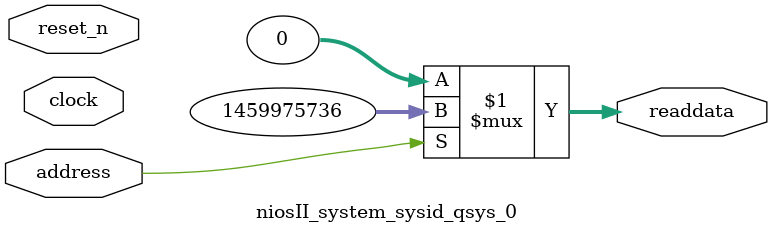
<source format=v>

`timescale 1ns / 1ps
// synthesis translate_on

// turn off superfluous verilog processor warnings 
// altera message_level Level1 
// altera message_off 10034 10035 10036 10037 10230 10240 10030 

module niosII_system_sysid_qsys_0 (
               // inputs:
                address,
                clock,
                reset_n,

               // outputs:
                readdata
             )
;

  output  [ 31: 0] readdata;
  input            address;
  input            clock;
  input            reset_n;

  wire    [ 31: 0] readdata;
  //control_slave, which is an e_avalon_slave
  assign readdata = address ? 1459975736 : 0;

endmodule




</source>
